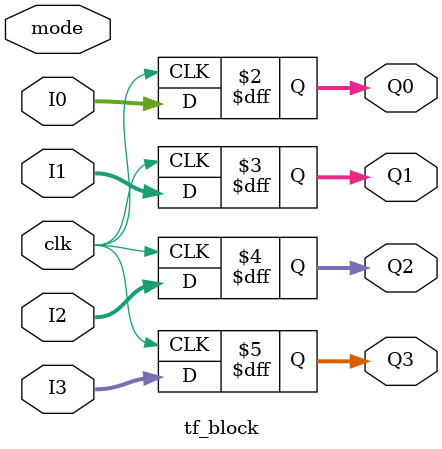
<source format=v>
module tf_block(clk, mode,
					 I0, I1, I2, I3,
					 Q0, Q1, Q2, Q3);
					 
input [15:0] I0;
input [15:0] I1;
input [15:0] I2;
input [15:0] I3;
input clk;
input [1:0] mode;

output reg [15:0] Q0;
output reg [15:0] Q1;
output reg [15:0] Q2;
output reg [15:0] Q3;

always @(posedge clk) begin
	Q0 <= I0;
	Q1 <= I1;
	Q2 <= I2;
	Q3 <= I3;
end


endmodule


</source>
